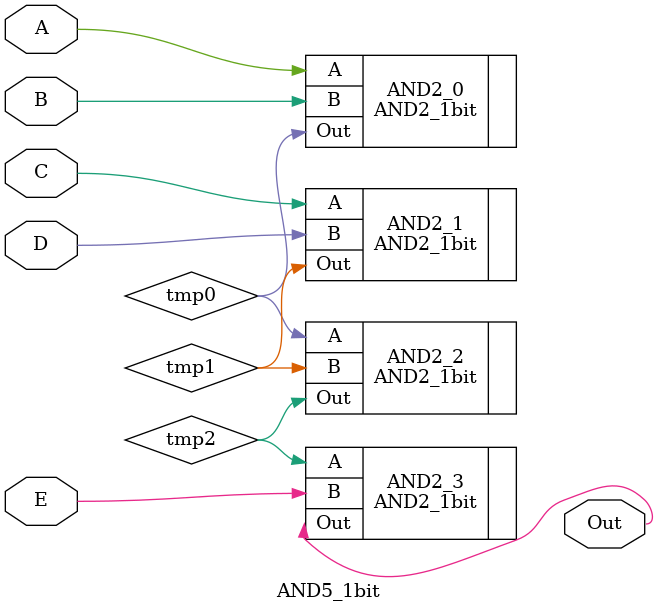
<source format=v>
`timescale 1ns/1ns

module AND5_1bit(A, B, C, D, E, Out);

input A, B, C, D, E;
output Out;

wire tmp0, tmp1, tmp2;

AND2_1bit AND2_0(.A(A), .B(B), .Out(tmp0));
AND2_1bit AND2_1(.A(C), .B(D), .Out(tmp1));
AND2_1bit AND2_2(.A(tmp0), .B(tmp1), .Out(tmp2));
AND2_1bit AND2_3(.A(tmp2), .B(E), .Out(Out));

endmodule


</source>
